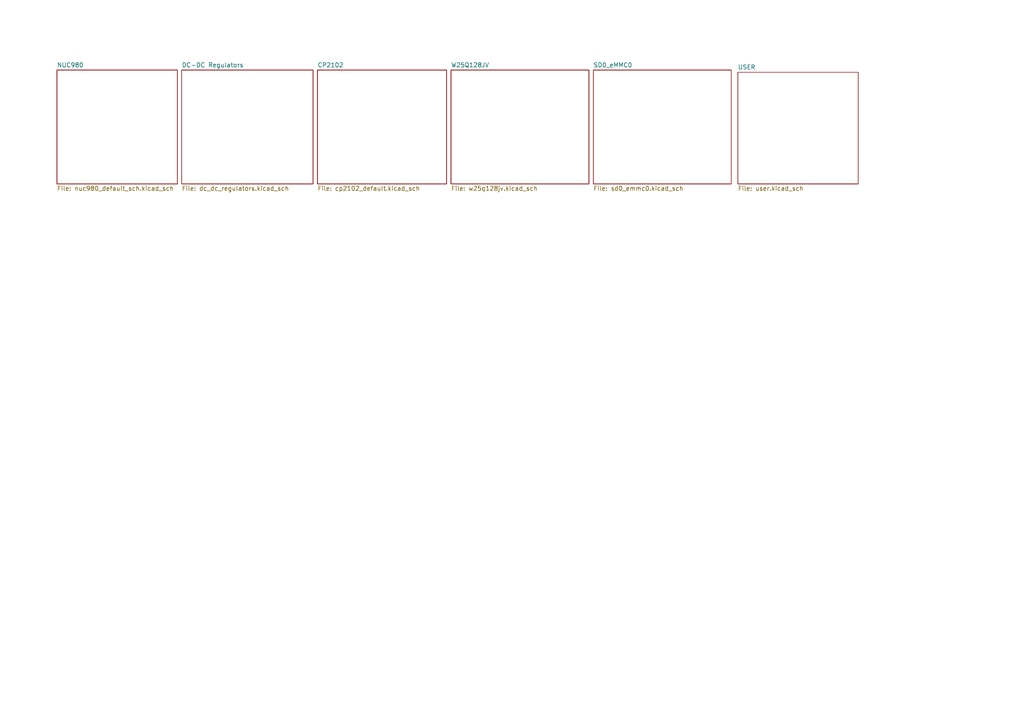
<source format=kicad_sch>
(kicad_sch
	(version 20231120)
	(generator "eeschema")
	(generator_version "8.0")
	(uuid "e63e39d7-6ac0-4ffd-8aa3-1841a4541b55")
	(paper "A4")
	(lib_symbols)
	(sheet
		(at 16.51 20.32)
		(size 34.925 33.02)
		(fields_autoplaced yes)
		(stroke
			(width 0.1524)
			(type solid)
		)
		(fill
			(color 0 0 0 0.0000)
		)
		(uuid "3e2d784c-b1ea-4086-bef2-82018cbe1d69")
		(property "Sheetname" "NUC980"
			(at 16.51 19.6084 0)
			(effects
				(font
					(size 1.27 1.27)
				)
				(justify left bottom)
			)
		)
		(property "Sheetfile" "nuc980_default_sch.kicad_sch"
			(at 16.51 53.9246 0)
			(effects
				(font
					(size 1.27 1.27)
				)
				(justify left top)
			)
		)
		(instances
			(project "LinuxCore"
				(path "/e63e39d7-6ac0-4ffd-8aa3-1841a4541b55"
					(page "2")
				)
			)
		)
	)
	(sheet
		(at 52.705 20.32)
		(size 38.1 33.02)
		(fields_autoplaced yes)
		(stroke
			(width 0.1524)
			(type solid)
		)
		(fill
			(color 0 0 0 0.0000)
		)
		(uuid "9687feb9-52dc-499b-81f5-564c7a520531")
		(property "Sheetname" "DC-DC Regulators"
			(at 52.705 19.6084 0)
			(effects
				(font
					(size 1.27 1.27)
				)
				(justify left bottom)
			)
		)
		(property "Sheetfile" "dc_dc_regulators.kicad_sch"
			(at 52.705 53.9246 0)
			(effects
				(font
					(size 1.27 1.27)
				)
				(justify left top)
			)
		)
		(instances
			(project "LinuxCore"
				(path "/e63e39d7-6ac0-4ffd-8aa3-1841a4541b55"
					(page "3")
				)
			)
		)
	)
	(sheet
		(at 213.995 20.955)
		(size 34.925 32.385)
		(fields_autoplaced yes)
		(stroke
			(width 0.1524)
			(type solid)
		)
		(fill
			(color 0 0 0 0.0000)
		)
		(uuid "b44c14ab-5391-44ee-a3d4-fd5f595495dc")
		(property "Sheetname" "USER"
			(at 213.995 20.2434 0)
			(effects
				(font
					(size 1.27 1.27)
				)
				(justify left bottom)
			)
		)
		(property "Sheetfile" "user.kicad_sch"
			(at 213.995 53.9246 0)
			(effects
				(font
					(size 1.27 1.27)
				)
				(justify left top)
			)
		)
		(instances
			(project "LinuxCore"
				(path "/e63e39d7-6ac0-4ffd-8aa3-1841a4541b55"
					(page "7")
				)
			)
		)
	)
	(sheet
		(at 92.075 20.32)
		(size 37.465 33.02)
		(fields_autoplaced yes)
		(stroke
			(width 0.1524)
			(type solid)
		)
		(fill
			(color 0 0 0 0.0000)
		)
		(uuid "c532ee09-c358-4f61-99d2-2e1fddee7550")
		(property "Sheetname" "CP2102"
			(at 92.075 19.6084 0)
			(effects
				(font
					(size 1.27 1.27)
				)
				(justify left bottom)
			)
		)
		(property "Sheetfile" "cp2102_default.kicad_sch"
			(at 92.075 53.9246 0)
			(effects
				(font
					(size 1.27 1.27)
				)
				(justify left top)
			)
		)
		(instances
			(project "LinuxCore"
				(path "/e63e39d7-6ac0-4ffd-8aa3-1841a4541b55"
					(page "4")
				)
			)
		)
	)
	(sheet
		(at 130.81 20.32)
		(size 40.005 33.02)
		(fields_autoplaced yes)
		(stroke
			(width 0.1524)
			(type solid)
		)
		(fill
			(color 0 0 0 0.0000)
		)
		(uuid "d6626356-0848-4c57-9481-74719912cf80")
		(property "Sheetname" "W25Q128JV"
			(at 130.81 19.6084 0)
			(effects
				(font
					(size 1.27 1.27)
				)
				(justify left bottom)
			)
		)
		(property "Sheetfile" "w25q128jv.kicad_sch"
			(at 130.81 53.9246 0)
			(effects
				(font
					(size 1.27 1.27)
				)
				(justify left top)
			)
		)
		(instances
			(project "LinuxCore"
				(path "/e63e39d7-6ac0-4ffd-8aa3-1841a4541b55"
					(page "5")
				)
			)
		)
	)
	(sheet
		(at 172.085 20.32)
		(size 40.005 33.02)
		(fields_autoplaced yes)
		(stroke
			(width 0.1524)
			(type solid)
		)
		(fill
			(color 0 0 0 0.0000)
		)
		(uuid "dce75c3c-adef-4dc1-aefd-26824ff85d47")
		(property "Sheetname" "SD0_eMMC0"
			(at 172.085 19.6084 0)
			(effects
				(font
					(size 1.27 1.27)
				)
				(justify left bottom)
			)
		)
		(property "Sheetfile" "sd0_emmc0.kicad_sch"
			(at 172.085 53.9246 0)
			(effects
				(font
					(size 1.27 1.27)
				)
				(justify left top)
			)
		)
		(instances
			(project "LinuxCore"
				(path "/e63e39d7-6ac0-4ffd-8aa3-1841a4541b55"
					(page "6")
				)
			)
		)
	)
	(sheet_instances
		(path "/"
			(page "1")
		)
	)
)

</source>
